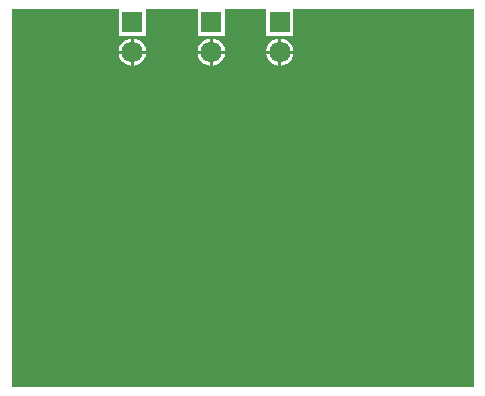
<source format=gbl>
G04 Layer_Physical_Order=4*
G04 Layer_Color=16711680*
%FSLAX23Y23*%
%MOIN*%
G70*
G01*
G75*
%ADD25R,0.071X0.071*%
%ADD26C,0.071*%
%ADD27C,0.014*%
%ADD28C,0.037*%
G36*
X1827Y2812D02*
Y2723D01*
X1917D01*
Y2812D01*
X2090D01*
Y2723D01*
X2180D01*
Y2812D01*
X2318Y2812D01*
Y2723D01*
X2408D01*
Y2812D01*
X3010D01*
Y1553D01*
X1469Y1553D01*
Y2812D01*
X1827D01*
D02*
G37*
%LPC*%
G36*
X1917Y2663D02*
X1877D01*
Y2623D01*
X1884Y2624D01*
X1895Y2628D01*
X1904Y2636D01*
X1912Y2645D01*
X1916Y2656D01*
X1917Y2663D01*
D02*
G37*
G36*
X2180D02*
X2140D01*
Y2623D01*
X2147Y2624D01*
X2158Y2628D01*
X2167Y2636D01*
X2175Y2645D01*
X2179Y2656D01*
X2180Y2663D01*
D02*
G37*
G36*
X2358D02*
X2318D01*
X2319Y2656D01*
X2323Y2645D01*
X2331Y2636D01*
X2340Y2628D01*
X2351Y2624D01*
X2358Y2623D01*
Y2663D01*
D02*
G37*
G36*
X1867D02*
X1827D01*
X1828Y2656D01*
X1832Y2645D01*
X1840Y2636D01*
X1849Y2628D01*
X1860Y2624D01*
X1867Y2623D01*
Y2663D01*
D02*
G37*
G36*
X2130D02*
X2090D01*
X2091Y2656D01*
X2095Y2645D01*
X2103Y2636D01*
X2112Y2628D01*
X2123Y2624D01*
X2130Y2623D01*
Y2663D01*
D02*
G37*
G36*
X2408D02*
X2368D01*
Y2623D01*
X2375Y2624D01*
X2386Y2628D01*
X2395Y2636D01*
X2403Y2645D01*
X2407Y2656D01*
X2408Y2663D01*
D02*
G37*
G36*
X1877Y2713D02*
Y2673D01*
X1917D01*
X1916Y2680D01*
X1912Y2691D01*
X1904Y2700D01*
X1895Y2708D01*
X1884Y2712D01*
X1877Y2713D01*
D02*
G37*
G36*
X2140D02*
Y2673D01*
X2180D01*
X2179Y2680D01*
X2175Y2691D01*
X2167Y2700D01*
X2158Y2708D01*
X2147Y2712D01*
X2140Y2713D01*
D02*
G37*
G36*
X2368D02*
Y2673D01*
X2408D01*
X2407Y2680D01*
X2403Y2691D01*
X2395Y2700D01*
X2386Y2708D01*
X2375Y2712D01*
X2368Y2713D01*
D02*
G37*
G36*
X1867D02*
X1860Y2712D01*
X1849Y2708D01*
X1840Y2700D01*
X1832Y2691D01*
X1828Y2680D01*
X1827Y2673D01*
X1867D01*
Y2713D01*
D02*
G37*
G36*
X2130D02*
X2123Y2712D01*
X2112Y2708D01*
X2103Y2700D01*
X2095Y2691D01*
X2091Y2680D01*
X2090Y2673D01*
X2130D01*
Y2713D01*
D02*
G37*
G36*
X2358D02*
X2351Y2712D01*
X2340Y2708D01*
X2331Y2700D01*
X2323Y2691D01*
X2319Y2680D01*
X2318Y2673D01*
X2358D01*
Y2713D01*
D02*
G37*
%LPD*%
D25*
X2135Y2768D02*
D03*
X1872D02*
D03*
X2363D02*
D03*
D26*
X2135Y2668D02*
D03*
X1872D02*
D03*
X2363D02*
D03*
D27*
X2234Y2040D02*
D03*
X2214D02*
D03*
X2194D02*
D03*
Y2000D02*
D03*
X2214D02*
D03*
X2234D02*
D03*
Y2020D02*
D03*
X2194D02*
D03*
X2214D02*
D03*
D28*
X2163Y2232D02*
D03*
X2162Y2345D02*
D03*
X2008Y2354D02*
D03*
Y2254D02*
D03*
X1520Y1600D02*
D03*
Y1680D02*
D03*
Y1760D02*
D03*
Y1840D02*
D03*
Y2000D02*
D03*
Y2240D02*
D03*
Y2320D02*
D03*
Y2400D02*
D03*
Y2480D02*
D03*
Y2560D02*
D03*
Y2640D02*
D03*
Y2720D02*
D03*
X1600Y1600D02*
D03*
Y1680D02*
D03*
Y1760D02*
D03*
Y1840D02*
D03*
Y2240D02*
D03*
Y2320D02*
D03*
Y2400D02*
D03*
Y2480D02*
D03*
Y2560D02*
D03*
Y2640D02*
D03*
Y2720D02*
D03*
X1680Y1600D02*
D03*
Y1680D02*
D03*
Y1760D02*
D03*
Y1840D02*
D03*
Y2240D02*
D03*
Y2320D02*
D03*
Y2400D02*
D03*
Y2480D02*
D03*
Y2560D02*
D03*
Y2640D02*
D03*
Y2720D02*
D03*
X1760Y1600D02*
D03*
Y1680D02*
D03*
Y1760D02*
D03*
Y1840D02*
D03*
Y2240D02*
D03*
Y2320D02*
D03*
Y2400D02*
D03*
Y2480D02*
D03*
Y2560D02*
D03*
Y2640D02*
D03*
Y2720D02*
D03*
X1840Y1600D02*
D03*
Y1680D02*
D03*
Y1760D02*
D03*
Y1840D02*
D03*
Y1920D02*
D03*
Y2080D02*
D03*
Y2160D02*
D03*
Y2240D02*
D03*
Y2320D02*
D03*
Y2400D02*
D03*
Y2480D02*
D03*
Y2560D02*
D03*
X1920Y1600D02*
D03*
Y1680D02*
D03*
Y1760D02*
D03*
Y1840D02*
D03*
Y2080D02*
D03*
X2000Y1600D02*
D03*
Y1680D02*
D03*
Y1760D02*
D03*
Y1840D02*
D03*
Y1920D02*
D03*
X2080Y1600D02*
D03*
Y1680D02*
D03*
Y1760D02*
D03*
Y1840D02*
D03*
Y1920D02*
D03*
Y2480D02*
D03*
Y2560D02*
D03*
X2160Y1600D02*
D03*
Y1680D02*
D03*
Y1760D02*
D03*
Y1840D02*
D03*
Y2480D02*
D03*
Y2560D02*
D03*
X2240Y1600D02*
D03*
Y1680D02*
D03*
Y1760D02*
D03*
Y1840D02*
D03*
X2320Y1600D02*
D03*
Y1680D02*
D03*
Y1760D02*
D03*
Y1840D02*
D03*
Y1920D02*
D03*
Y2320D02*
D03*
Y2400D02*
D03*
Y2480D02*
D03*
Y2560D02*
D03*
X2400Y1600D02*
D03*
Y1680D02*
D03*
Y1760D02*
D03*
Y1840D02*
D03*
Y1920D02*
D03*
X2480Y1600D02*
D03*
Y1680D02*
D03*
Y1760D02*
D03*
Y1840D02*
D03*
Y1920D02*
D03*
Y2160D02*
D03*
X2560Y1600D02*
D03*
Y1680D02*
D03*
Y1760D02*
D03*
Y1840D02*
D03*
Y1920D02*
D03*
Y2160D02*
D03*
Y2240D02*
D03*
Y2320D02*
D03*
Y2400D02*
D03*
Y2480D02*
D03*
Y2560D02*
D03*
Y2640D02*
D03*
Y2720D02*
D03*
X2640Y1600D02*
D03*
Y1680D02*
D03*
Y1760D02*
D03*
Y1840D02*
D03*
Y1920D02*
D03*
Y2160D02*
D03*
Y2240D02*
D03*
Y2320D02*
D03*
Y2400D02*
D03*
Y2480D02*
D03*
Y2560D02*
D03*
Y2640D02*
D03*
Y2720D02*
D03*
X2720Y1600D02*
D03*
Y1680D02*
D03*
Y1760D02*
D03*
Y1840D02*
D03*
Y2240D02*
D03*
Y2320D02*
D03*
Y2400D02*
D03*
Y2480D02*
D03*
Y2560D02*
D03*
Y2640D02*
D03*
Y2720D02*
D03*
X2800Y1600D02*
D03*
Y1680D02*
D03*
Y1760D02*
D03*
Y1840D02*
D03*
Y2240D02*
D03*
Y2320D02*
D03*
Y2400D02*
D03*
Y2480D02*
D03*
Y2560D02*
D03*
Y2640D02*
D03*
Y2720D02*
D03*
X2880Y1600D02*
D03*
Y1680D02*
D03*
Y1760D02*
D03*
Y1840D02*
D03*
Y2240D02*
D03*
Y2320D02*
D03*
Y2400D02*
D03*
Y2480D02*
D03*
Y2560D02*
D03*
Y2640D02*
D03*
Y2720D02*
D03*
X2960Y1600D02*
D03*
Y1680D02*
D03*
Y1760D02*
D03*
Y1840D02*
D03*
Y2000D02*
D03*
Y2240D02*
D03*
Y2320D02*
D03*
Y2400D02*
D03*
Y2480D02*
D03*
Y2560D02*
D03*
Y2640D02*
D03*
Y2720D02*
D03*
M02*

</source>
